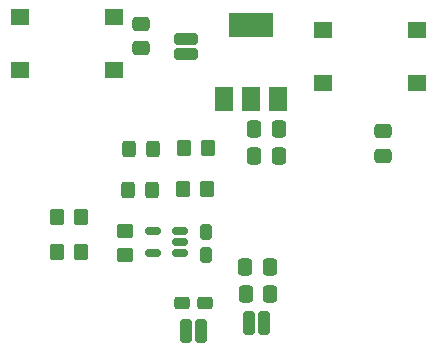
<source format=gbr>
%TF.GenerationSoftware,KiCad,Pcbnew,7.0.5*%
%TF.CreationDate,2025-01-26T16:56:51+00:00*%
%TF.ProjectId,smartwatch,736d6172-7477-4617-9463-682e6b696361,rev?*%
%TF.SameCoordinates,Original*%
%TF.FileFunction,Paste,Bot*%
%TF.FilePolarity,Positive*%
%FSLAX46Y46*%
G04 Gerber Fmt 4.6, Leading zero omitted, Abs format (unit mm)*
G04 Created by KiCad (PCBNEW 7.0.5) date 2025-01-26 16:56:51*
%MOMM*%
%LPD*%
G01*
G04 APERTURE LIST*
G04 Aperture macros list*
%AMRoundRect*
0 Rectangle with rounded corners*
0 $1 Rounding radius*
0 $2 $3 $4 $5 $6 $7 $8 $9 X,Y pos of 4 corners*
0 Add a 4 corners polygon primitive as box body*
4,1,4,$2,$3,$4,$5,$6,$7,$8,$9,$2,$3,0*
0 Add four circle primitives for the rounded corners*
1,1,$1+$1,$2,$3*
1,1,$1+$1,$4,$5*
1,1,$1+$1,$6,$7*
1,1,$1+$1,$8,$9*
0 Add four rect primitives between the rounded corners*
20,1,$1+$1,$2,$3,$4,$5,0*
20,1,$1+$1,$4,$5,$6,$7,0*
20,1,$1+$1,$6,$7,$8,$9,0*
20,1,$1+$1,$8,$9,$2,$3,0*%
G04 Aperture macros list end*
%ADD10R,1.500000X2.000000*%
%ADD11R,3.800000X2.000000*%
%ADD12RoundRect,0.250000X-0.450000X0.350000X-0.450000X-0.350000X0.450000X-0.350000X0.450000X0.350000X0*%
%ADD13RoundRect,0.250000X-0.350000X-0.450000X0.350000X-0.450000X0.350000X0.450000X-0.350000X0.450000X0*%
%ADD14RoundRect,0.150000X0.512500X0.150000X-0.512500X0.150000X-0.512500X-0.150000X0.512500X-0.150000X0*%
%ADD15R,1.600000X1.400000*%
%ADD16RoundRect,0.250000X0.350000X0.450000X-0.350000X0.450000X-0.350000X-0.450000X0.350000X-0.450000X0*%
%ADD17RoundRect,0.250000X0.275000X-0.400000X0.275000X0.400000X-0.275000X0.400000X-0.275000X-0.400000X0*%
%ADD18RoundRect,0.250000X0.337500X0.475000X-0.337500X0.475000X-0.337500X-0.475000X0.337500X-0.475000X0*%
%ADD19RoundRect,0.250000X0.750000X-0.250000X0.750000X0.250000X-0.750000X0.250000X-0.750000X-0.250000X0*%
%ADD20RoundRect,0.250000X-0.475000X0.337500X-0.475000X-0.337500X0.475000X-0.337500X0.475000X0.337500X0*%
%ADD21RoundRect,0.250000X0.325000X0.450000X-0.325000X0.450000X-0.325000X-0.450000X0.325000X-0.450000X0*%
%ADD22RoundRect,0.250000X-0.325000X-0.450000X0.325000X-0.450000X0.325000X0.450000X-0.325000X0.450000X0*%
%ADD23RoundRect,0.250000X0.475000X-0.337500X0.475000X0.337500X-0.475000X0.337500X-0.475000X-0.337500X0*%
%ADD24RoundRect,0.250000X-0.400000X-0.275000X0.400000X-0.275000X0.400000X0.275000X-0.400000X0.275000X0*%
%ADD25RoundRect,0.250000X0.250000X0.750000X-0.250000X0.750000X-0.250000X-0.750000X0.250000X-0.750000X0*%
G04 APERTURE END LIST*
D10*
%TO.C,U4*%
X50890000Y-41180000D03*
X48590000Y-41180000D03*
D11*
X48590000Y-34880000D03*
D10*
X46290000Y-41180000D03*
%TD*%
D12*
%TO.C,R1*%
X37912500Y-52350000D03*
X37912500Y-54350000D03*
%TD*%
D13*
%TO.C,R3*%
X42937500Y-45360000D03*
X44937500Y-45360000D03*
%TD*%
D14*
%TO.C,U2*%
X42587500Y-52350000D03*
X42587500Y-53300000D03*
X42587500Y-54250000D03*
X40312500Y-54250000D03*
X40312500Y-52350000D03*
%TD*%
D15*
%TO.C,BOOT/FLASH1*%
X54660000Y-39850000D03*
X62660000Y-39850000D03*
X54660000Y-35350000D03*
X62660000Y-35350000D03*
%TD*%
D16*
%TO.C,R6*%
X34200000Y-51200000D03*
X32200000Y-51200000D03*
%TD*%
D17*
%TO.C,C11*%
X44782500Y-54410000D03*
X44782500Y-52460000D03*
%TD*%
D18*
%TO.C,C1*%
X50205000Y-57660000D03*
X48130000Y-57660000D03*
%TD*%
D16*
%TO.C,R7*%
X34200000Y-54150000D03*
X32200000Y-54150000D03*
%TD*%
D19*
%TO.C,J3*%
X43050000Y-37400000D03*
X43050000Y-36140000D03*
%TD*%
D20*
%TO.C,C10*%
X39300000Y-34800000D03*
X39300000Y-36875000D03*
%TD*%
D18*
%TO.C,C3*%
X50927500Y-45990000D03*
X48852500Y-45990000D03*
%TD*%
D21*
%TO.C,GREEN1*%
X40277500Y-45390000D03*
X38227500Y-45390000D03*
%TD*%
D15*
%TO.C,RST1*%
X29020000Y-38700000D03*
X37020000Y-38700000D03*
X29020000Y-34200000D03*
X37020000Y-34200000D03*
%TD*%
D18*
%TO.C,C4*%
X50945000Y-43750000D03*
X48870000Y-43750000D03*
%TD*%
D16*
%TO.C,R2*%
X44867500Y-48840000D03*
X42867500Y-48840000D03*
%TD*%
D22*
%TO.C,RED1*%
X38192500Y-48870000D03*
X40242500Y-48870000D03*
%TD*%
D18*
%TO.C,C2*%
X50175000Y-55410000D03*
X48100000Y-55410000D03*
%TD*%
D23*
%TO.C,C9*%
X59740000Y-45997500D03*
X59740000Y-43922500D03*
%TD*%
D24*
%TO.C,C12*%
X42745000Y-58420000D03*
X44695000Y-58420000D03*
%TD*%
D25*
%TO.C,J1*%
X49700000Y-60110000D03*
X48440000Y-60110000D03*
%TD*%
%TO.C,J2*%
X44345000Y-60810000D03*
X43085000Y-60810000D03*
%TD*%
M02*

</source>
